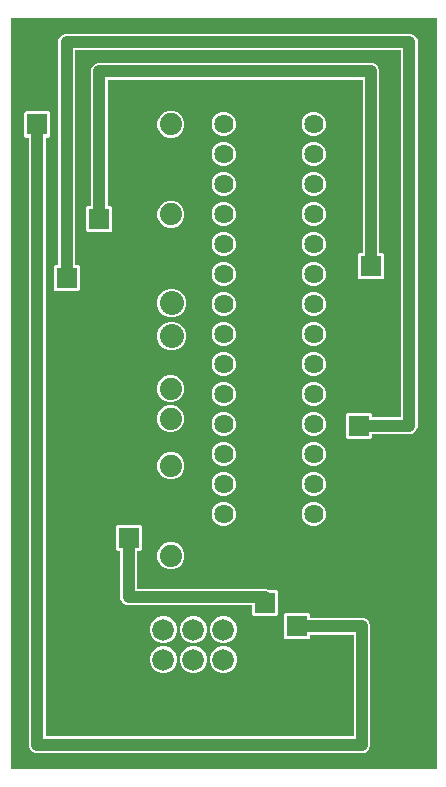
<source format=gbr>
G04 EAGLE Gerber RS-274X export*
G75*
%MOMM*%
%FSLAX34Y34*%
%LPD*%
%INTop Copper*%
%IPPOS*%
%AMOC8*
5,1,8,0,0,1.08239X$1,22.5*%
G01*
%ADD10C,2.032000*%
%ADD11C,1.828800*%
%ADD12C,1.879600*%
%ADD13C,1.625600*%
%ADD14C,1.000000*%
%ADD15R,1.800000X1.800000*%
%ADD16C,0.009000*%

G36*
X360043Y-9D02*
X360043Y-9D01*
X360039Y-4D01*
X360044Y0D01*
X360044Y635000D01*
X360009Y635043D01*
X360004Y635039D01*
X360000Y635044D01*
X0Y635044D01*
X-43Y635009D01*
X-39Y635004D01*
X-44Y635000D01*
X-44Y0D01*
X-9Y-43D01*
X-4Y-39D01*
X0Y-44D01*
X360000Y-44D01*
X360043Y-9D01*
G37*
%LPC*%
G36*
X21101Y12967D02*
X21101Y12967D01*
X18516Y14038D01*
X16538Y16016D01*
X15467Y18601D01*
X15467Y533923D01*
X15432Y533966D01*
X15427Y533962D01*
X15423Y533967D01*
X12658Y533967D01*
X11467Y535158D01*
X11467Y554842D01*
X12658Y556033D01*
X32342Y556033D01*
X33533Y554842D01*
X33533Y535158D01*
X32342Y533967D01*
X29577Y533967D01*
X29534Y533932D01*
X29535Y533930D01*
X29534Y533929D01*
X29536Y533926D01*
X29533Y533923D01*
X29533Y27077D01*
X29568Y27034D01*
X29573Y27038D01*
X29577Y27033D01*
X290423Y27033D01*
X290466Y27068D01*
X290464Y27071D01*
X290466Y27072D01*
X290464Y27075D01*
X290467Y27077D01*
X290467Y112923D01*
X290432Y112966D01*
X290427Y112962D01*
X290423Y112967D01*
X253577Y112967D01*
X253534Y112932D01*
X253538Y112927D01*
X253533Y112923D01*
X253533Y110158D01*
X252342Y108967D01*
X232658Y108967D01*
X231467Y110158D01*
X231467Y129842D01*
X232658Y131033D01*
X252342Y131033D01*
X253533Y129842D01*
X253533Y127077D01*
X253568Y127034D01*
X253573Y127038D01*
X253577Y127033D01*
X298899Y127033D01*
X301484Y125962D01*
X303462Y123984D01*
X304533Y121399D01*
X304533Y18601D01*
X303462Y16016D01*
X301484Y14038D01*
X298899Y12967D01*
X21101Y12967D01*
G37*
%LPD*%
%LPC*%
G36*
X285158Y278967D02*
X285158Y278967D01*
X283967Y280158D01*
X283967Y299842D01*
X285158Y301033D01*
X304842Y301033D01*
X306033Y299842D01*
X306033Y297077D01*
X306068Y297034D01*
X306073Y297038D01*
X306077Y297033D01*
X330423Y297033D01*
X330466Y297068D01*
X330462Y297073D01*
X330467Y297077D01*
X330467Y607923D01*
X330432Y607966D01*
X330427Y607962D01*
X330423Y607967D01*
X54577Y607967D01*
X54534Y607932D01*
X54538Y607927D01*
X54533Y607923D01*
X54533Y426077D01*
X54568Y426034D01*
X54573Y426038D01*
X54577Y426033D01*
X57342Y426033D01*
X58533Y424842D01*
X58533Y405158D01*
X57342Y403967D01*
X37658Y403967D01*
X36467Y405158D01*
X36467Y424842D01*
X37658Y426033D01*
X40423Y426033D01*
X40466Y426068D01*
X40463Y426072D01*
X40466Y426074D01*
X40466Y426076D01*
X40467Y426077D01*
X40467Y616399D01*
X41538Y618984D01*
X43516Y620962D01*
X46101Y622033D01*
X338899Y622033D01*
X341484Y620962D01*
X343462Y618984D01*
X344533Y616399D01*
X344533Y288601D01*
X343462Y286016D01*
X341484Y284038D01*
X338899Y282967D01*
X306077Y282967D01*
X306034Y282932D01*
X306038Y282927D01*
X306033Y282923D01*
X306033Y280158D01*
X304842Y278967D01*
X285158Y278967D01*
G37*
%LPD*%
%LPC*%
G36*
X295158Y413967D02*
X295158Y413967D01*
X293967Y415158D01*
X293967Y434842D01*
X295158Y436033D01*
X297923Y436033D01*
X297966Y436068D01*
X297963Y436072D01*
X297966Y436075D01*
X297966Y436076D01*
X297967Y436077D01*
X297967Y582923D01*
X297932Y582966D01*
X297927Y582962D01*
X297923Y582967D01*
X82077Y582967D01*
X82034Y582932D01*
X82038Y582927D01*
X82033Y582923D01*
X82033Y476077D01*
X82068Y476034D01*
X82073Y476038D01*
X82077Y476033D01*
X84842Y476033D01*
X86033Y474842D01*
X86033Y455158D01*
X84842Y453967D01*
X65158Y453967D01*
X63967Y455158D01*
X63967Y474842D01*
X65158Y476033D01*
X67923Y476033D01*
X67966Y476068D01*
X67962Y476073D01*
X67967Y476077D01*
X67967Y591399D01*
X69038Y593984D01*
X71016Y595962D01*
X73601Y597033D01*
X306399Y597033D01*
X308984Y595962D01*
X310962Y593984D01*
X312033Y591399D01*
X312033Y436077D01*
X312068Y436034D01*
X312073Y436038D01*
X312077Y436033D01*
X314842Y436033D01*
X316033Y434842D01*
X316033Y415158D01*
X314842Y413967D01*
X295158Y413967D01*
G37*
%LPD*%
%LPC*%
G36*
X205158Y128967D02*
X205158Y128967D01*
X203967Y130158D01*
X203967Y137923D01*
X203932Y137966D01*
X203927Y137962D01*
X203923Y137967D01*
X98601Y137967D01*
X96016Y139038D01*
X94038Y141016D01*
X92967Y143601D01*
X92967Y183923D01*
X92932Y183966D01*
X92927Y183962D01*
X92923Y183967D01*
X90158Y183967D01*
X88967Y185158D01*
X88967Y204842D01*
X90158Y206033D01*
X109842Y206033D01*
X111033Y204842D01*
X111033Y185158D01*
X109842Y183967D01*
X107077Y183967D01*
X107034Y183932D01*
X107038Y183927D01*
X107033Y183923D01*
X107033Y152077D01*
X107068Y152034D01*
X107073Y152038D01*
X107077Y152033D01*
X216399Y152033D01*
X218805Y151036D01*
X218816Y151040D01*
X218822Y151033D01*
X224842Y151033D01*
X226033Y149842D01*
X226033Y130158D01*
X224842Y128967D01*
X205158Y128967D01*
G37*
%LPD*%
%LPC*%
G36*
X133775Y381677D02*
X133775Y381677D01*
X129293Y383534D01*
X125864Y386963D01*
X124007Y391445D01*
X124007Y396295D01*
X125864Y400777D01*
X129293Y404206D01*
X133775Y406063D01*
X138625Y406063D01*
X143107Y404206D01*
X146536Y400777D01*
X148393Y396295D01*
X148393Y391445D01*
X146536Y386963D01*
X143107Y383534D01*
X138625Y381677D01*
X133775Y381677D01*
G37*
%LPD*%
%LPC*%
G36*
X133775Y353737D02*
X133775Y353737D01*
X129293Y355594D01*
X125864Y359023D01*
X124007Y363505D01*
X124007Y368355D01*
X125864Y372837D01*
X129293Y376266D01*
X133775Y378123D01*
X138625Y378123D01*
X143107Y376266D01*
X146536Y372837D01*
X148393Y368355D01*
X148393Y363505D01*
X146536Y359023D01*
X143107Y355594D01*
X138625Y353737D01*
X133775Y353737D01*
G37*
%LPD*%
%LPC*%
G36*
X133426Y533569D02*
X133426Y533569D01*
X129225Y535310D01*
X126010Y538525D01*
X124269Y542726D01*
X124269Y547274D01*
X126010Y551475D01*
X129225Y554690D01*
X133426Y556431D01*
X137974Y556431D01*
X142175Y554690D01*
X145390Y551475D01*
X147131Y547274D01*
X147131Y542726D01*
X145390Y538525D01*
X142175Y535310D01*
X137974Y533569D01*
X133426Y533569D01*
G37*
%LPD*%
%LPC*%
G36*
X133426Y457369D02*
X133426Y457369D01*
X129225Y459110D01*
X126010Y462325D01*
X124269Y466526D01*
X124269Y471074D01*
X126010Y475275D01*
X129225Y478490D01*
X133426Y480231D01*
X137974Y480231D01*
X142175Y478490D01*
X145390Y475275D01*
X147131Y471074D01*
X147131Y466526D01*
X145390Y462325D01*
X142175Y459110D01*
X137974Y457369D01*
X133426Y457369D01*
G37*
%LPD*%
%LPC*%
G36*
X133226Y309769D02*
X133226Y309769D01*
X129025Y311510D01*
X125810Y314725D01*
X124069Y318926D01*
X124069Y323474D01*
X125810Y327675D01*
X129025Y330890D01*
X133226Y332631D01*
X137774Y332631D01*
X141975Y330890D01*
X145190Y327675D01*
X146931Y323474D01*
X146931Y318926D01*
X145190Y314725D01*
X141975Y311510D01*
X137774Y309769D01*
X133226Y309769D01*
G37*
%LPD*%
%LPC*%
G36*
X133226Y284369D02*
X133226Y284369D01*
X129025Y286110D01*
X125810Y289325D01*
X124069Y293526D01*
X124069Y298074D01*
X125810Y302275D01*
X129025Y305490D01*
X133226Y307231D01*
X137774Y307231D01*
X141975Y305490D01*
X145190Y302275D01*
X146931Y298074D01*
X146931Y293526D01*
X145190Y289325D01*
X141975Y286110D01*
X137774Y284369D01*
X133226Y284369D01*
G37*
%LPD*%
%LPC*%
G36*
X133426Y244469D02*
X133426Y244469D01*
X129225Y246210D01*
X126010Y249425D01*
X124269Y253626D01*
X124269Y258174D01*
X126010Y262375D01*
X129225Y265590D01*
X133426Y267331D01*
X137974Y267331D01*
X142175Y265590D01*
X145390Y262375D01*
X147131Y258174D01*
X147131Y253626D01*
X145390Y249425D01*
X142175Y246210D01*
X137974Y244469D01*
X133426Y244469D01*
G37*
%LPD*%
%LPC*%
G36*
X133426Y168269D02*
X133426Y168269D01*
X129225Y170010D01*
X126010Y173225D01*
X124269Y177426D01*
X124269Y181974D01*
X126010Y186175D01*
X129225Y189390D01*
X133426Y191131D01*
X137974Y191131D01*
X142175Y189390D01*
X145390Y186175D01*
X147131Y181974D01*
X147131Y177426D01*
X145390Y173225D01*
X142175Y170010D01*
X137974Y168269D01*
X133426Y168269D01*
G37*
%LPD*%
%LPC*%
G36*
X127077Y80823D02*
X127077Y80823D01*
X122969Y82525D01*
X119825Y85669D01*
X118123Y89777D01*
X118123Y94223D01*
X119825Y98331D01*
X122969Y101475D01*
X127077Y103177D01*
X131523Y103177D01*
X135631Y101475D01*
X138775Y98331D01*
X140477Y94223D01*
X140477Y89777D01*
X138775Y85669D01*
X135631Y82525D01*
X131523Y80823D01*
X127077Y80823D01*
G37*
%LPD*%
%LPC*%
G36*
X177877Y106223D02*
X177877Y106223D01*
X173769Y107925D01*
X170625Y111069D01*
X168923Y115177D01*
X168923Y119623D01*
X170625Y123731D01*
X173769Y126875D01*
X177877Y128577D01*
X182323Y128577D01*
X186431Y126875D01*
X189575Y123731D01*
X191277Y119623D01*
X191277Y115177D01*
X189575Y111069D01*
X186431Y107925D01*
X182323Y106223D01*
X177877Y106223D01*
G37*
%LPD*%
%LPC*%
G36*
X152477Y106223D02*
X152477Y106223D01*
X148369Y107925D01*
X145225Y111069D01*
X143523Y115177D01*
X143523Y119623D01*
X145225Y123731D01*
X148369Y126875D01*
X152477Y128577D01*
X156923Y128577D01*
X161031Y126875D01*
X164175Y123731D01*
X165877Y119623D01*
X165877Y115177D01*
X164175Y111069D01*
X161031Y107925D01*
X156923Y106223D01*
X152477Y106223D01*
G37*
%LPD*%
%LPC*%
G36*
X127077Y106223D02*
X127077Y106223D01*
X122969Y107925D01*
X119825Y111069D01*
X118123Y115177D01*
X118123Y119623D01*
X119825Y123731D01*
X122969Y126875D01*
X127077Y128577D01*
X131523Y128577D01*
X135631Y126875D01*
X138775Y123731D01*
X140477Y119623D01*
X140477Y115177D01*
X138775Y111069D01*
X135631Y107925D01*
X131523Y106223D01*
X127077Y106223D01*
G37*
%LPD*%
%LPC*%
G36*
X177877Y80823D02*
X177877Y80823D01*
X173769Y82525D01*
X170625Y85669D01*
X168923Y89777D01*
X168923Y94223D01*
X170625Y98331D01*
X173769Y101475D01*
X177877Y103177D01*
X182323Y103177D01*
X186431Y101475D01*
X189575Y98331D01*
X191277Y94223D01*
X191277Y89777D01*
X189575Y85669D01*
X186431Y82525D01*
X182323Y80823D01*
X177877Y80823D01*
G37*
%LPD*%
%LPC*%
G36*
X152477Y80823D02*
X152477Y80823D01*
X148369Y82525D01*
X145225Y85669D01*
X143523Y89777D01*
X143523Y94223D01*
X145225Y98331D01*
X148369Y101475D01*
X152477Y103177D01*
X156923Y103177D01*
X161031Y101475D01*
X164175Y98331D01*
X165877Y94223D01*
X165877Y89777D01*
X164175Y85669D01*
X161031Y82525D01*
X156923Y80823D01*
X152477Y80823D01*
G37*
%LPD*%
%LPC*%
G36*
X178179Y408139D02*
X178179Y408139D01*
X174444Y409686D01*
X171586Y412544D01*
X170039Y416279D01*
X170039Y420321D01*
X171586Y424056D01*
X174444Y426914D01*
X178179Y428461D01*
X182221Y428461D01*
X185956Y426914D01*
X188814Y424056D01*
X190361Y420321D01*
X190361Y416279D01*
X188814Y412544D01*
X185956Y409686D01*
X182221Y408139D01*
X178179Y408139D01*
G37*
%LPD*%
%LPC*%
G36*
X254379Y382739D02*
X254379Y382739D01*
X250644Y384286D01*
X247786Y387144D01*
X246239Y390879D01*
X246239Y394921D01*
X247786Y398656D01*
X250644Y401514D01*
X254379Y403061D01*
X258421Y403061D01*
X262156Y401514D01*
X265014Y398656D01*
X266561Y394921D01*
X266561Y390879D01*
X265014Y387144D01*
X262156Y384286D01*
X258421Y382739D01*
X254379Y382739D01*
G37*
%LPD*%
%LPC*%
G36*
X178179Y382739D02*
X178179Y382739D01*
X174444Y384286D01*
X171586Y387144D01*
X170039Y390879D01*
X170039Y394921D01*
X171586Y398656D01*
X174444Y401514D01*
X178179Y403061D01*
X182221Y403061D01*
X185956Y401514D01*
X188814Y398656D01*
X190361Y394921D01*
X190361Y390879D01*
X188814Y387144D01*
X185956Y384286D01*
X182221Y382739D01*
X178179Y382739D01*
G37*
%LPD*%
%LPC*%
G36*
X254379Y357339D02*
X254379Y357339D01*
X250644Y358886D01*
X247786Y361744D01*
X246239Y365479D01*
X246239Y369521D01*
X247786Y373256D01*
X250644Y376114D01*
X254379Y377661D01*
X258421Y377661D01*
X262156Y376114D01*
X265014Y373256D01*
X266561Y369521D01*
X266561Y365479D01*
X265014Y361744D01*
X262156Y358886D01*
X258421Y357339D01*
X254379Y357339D01*
G37*
%LPD*%
%LPC*%
G36*
X254379Y535139D02*
X254379Y535139D01*
X250644Y536686D01*
X247786Y539544D01*
X246239Y543279D01*
X246239Y547321D01*
X247786Y551056D01*
X250644Y553914D01*
X254379Y555461D01*
X258421Y555461D01*
X262156Y553914D01*
X265014Y551056D01*
X266561Y547321D01*
X266561Y543279D01*
X265014Y539544D01*
X262156Y536686D01*
X258421Y535139D01*
X254379Y535139D01*
G37*
%LPD*%
%LPC*%
G36*
X254379Y331939D02*
X254379Y331939D01*
X250644Y333486D01*
X247786Y336344D01*
X246239Y340079D01*
X246239Y344121D01*
X247786Y347856D01*
X250644Y350714D01*
X254379Y352261D01*
X258421Y352261D01*
X262156Y350714D01*
X265014Y347856D01*
X266561Y344121D01*
X266561Y340079D01*
X265014Y336344D01*
X262156Y333486D01*
X258421Y331939D01*
X254379Y331939D01*
G37*
%LPD*%
%LPC*%
G36*
X178179Y331939D02*
X178179Y331939D01*
X174444Y333486D01*
X171586Y336344D01*
X170039Y340079D01*
X170039Y344121D01*
X171586Y347856D01*
X174444Y350714D01*
X178179Y352261D01*
X182221Y352261D01*
X185956Y350714D01*
X188814Y347856D01*
X190361Y344121D01*
X190361Y340079D01*
X188814Y336344D01*
X185956Y333486D01*
X182221Y331939D01*
X178179Y331939D01*
G37*
%LPD*%
%LPC*%
G36*
X178179Y535139D02*
X178179Y535139D01*
X174444Y536686D01*
X171586Y539544D01*
X170039Y543279D01*
X170039Y547321D01*
X171586Y551056D01*
X174444Y553914D01*
X178179Y555461D01*
X182221Y555461D01*
X185956Y553914D01*
X188814Y551056D01*
X190361Y547321D01*
X190361Y543279D01*
X188814Y539544D01*
X185956Y536686D01*
X182221Y535139D01*
X178179Y535139D01*
G37*
%LPD*%
%LPC*%
G36*
X254379Y306539D02*
X254379Y306539D01*
X250644Y308086D01*
X247786Y310944D01*
X246239Y314679D01*
X246239Y318721D01*
X247786Y322456D01*
X250644Y325314D01*
X254379Y326861D01*
X258421Y326861D01*
X262156Y325314D01*
X265014Y322456D01*
X266561Y318721D01*
X266561Y314679D01*
X265014Y310944D01*
X262156Y308086D01*
X258421Y306539D01*
X254379Y306539D01*
G37*
%LPD*%
%LPC*%
G36*
X178179Y306539D02*
X178179Y306539D01*
X174444Y308086D01*
X171586Y310944D01*
X170039Y314679D01*
X170039Y318721D01*
X171586Y322456D01*
X174444Y325314D01*
X178179Y326861D01*
X182221Y326861D01*
X185956Y325314D01*
X188814Y322456D01*
X190361Y318721D01*
X190361Y314679D01*
X188814Y310944D01*
X185956Y308086D01*
X182221Y306539D01*
X178179Y306539D01*
G37*
%LPD*%
%LPC*%
G36*
X254379Y509739D02*
X254379Y509739D01*
X250644Y511286D01*
X247786Y514144D01*
X246239Y517879D01*
X246239Y521921D01*
X247786Y525656D01*
X250644Y528514D01*
X254379Y530061D01*
X258421Y530061D01*
X262156Y528514D01*
X265014Y525656D01*
X266561Y521921D01*
X266561Y517879D01*
X265014Y514144D01*
X262156Y511286D01*
X258421Y509739D01*
X254379Y509739D01*
G37*
%LPD*%
%LPC*%
G36*
X254379Y281139D02*
X254379Y281139D01*
X250644Y282686D01*
X247786Y285544D01*
X246239Y289279D01*
X246239Y293321D01*
X247786Y297056D01*
X250644Y299914D01*
X254379Y301461D01*
X258421Y301461D01*
X262156Y299914D01*
X265014Y297056D01*
X266561Y293321D01*
X266561Y289279D01*
X265014Y285544D01*
X262156Y282686D01*
X258421Y281139D01*
X254379Y281139D01*
G37*
%LPD*%
%LPC*%
G36*
X178179Y281139D02*
X178179Y281139D01*
X174444Y282686D01*
X171586Y285544D01*
X170039Y289279D01*
X170039Y293321D01*
X171586Y297056D01*
X174444Y299914D01*
X178179Y301461D01*
X182221Y301461D01*
X185956Y299914D01*
X188814Y297056D01*
X190361Y293321D01*
X190361Y289279D01*
X188814Y285544D01*
X185956Y282686D01*
X182221Y281139D01*
X178179Y281139D01*
G37*
%LPD*%
%LPC*%
G36*
X254379Y255739D02*
X254379Y255739D01*
X250644Y257286D01*
X247786Y260144D01*
X246239Y263879D01*
X246239Y267921D01*
X247786Y271656D01*
X250644Y274514D01*
X254379Y276061D01*
X258421Y276061D01*
X262156Y274514D01*
X265014Y271656D01*
X266561Y267921D01*
X266561Y263879D01*
X265014Y260144D01*
X262156Y257286D01*
X258421Y255739D01*
X254379Y255739D01*
G37*
%LPD*%
%LPC*%
G36*
X178179Y255739D02*
X178179Y255739D01*
X174444Y257286D01*
X171586Y260144D01*
X170039Y263879D01*
X170039Y267921D01*
X171586Y271656D01*
X174444Y274514D01*
X178179Y276061D01*
X182221Y276061D01*
X185956Y274514D01*
X188814Y271656D01*
X190361Y267921D01*
X190361Y263879D01*
X188814Y260144D01*
X185956Y257286D01*
X182221Y255739D01*
X178179Y255739D01*
G37*
%LPD*%
%LPC*%
G36*
X178179Y509739D02*
X178179Y509739D01*
X174444Y511286D01*
X171586Y514144D01*
X170039Y517879D01*
X170039Y521921D01*
X171586Y525656D01*
X174444Y528514D01*
X178179Y530061D01*
X182221Y530061D01*
X185956Y528514D01*
X188814Y525656D01*
X190361Y521921D01*
X190361Y517879D01*
X188814Y514144D01*
X185956Y511286D01*
X182221Y509739D01*
X178179Y509739D01*
G37*
%LPD*%
%LPC*%
G36*
X254379Y230339D02*
X254379Y230339D01*
X250644Y231886D01*
X247786Y234744D01*
X246239Y238479D01*
X246239Y242521D01*
X247786Y246256D01*
X250644Y249114D01*
X254379Y250661D01*
X258421Y250661D01*
X262156Y249114D01*
X265014Y246256D01*
X266561Y242521D01*
X266561Y238479D01*
X265014Y234744D01*
X262156Y231886D01*
X258421Y230339D01*
X254379Y230339D01*
G37*
%LPD*%
%LPC*%
G36*
X254379Y484339D02*
X254379Y484339D01*
X250644Y485886D01*
X247786Y488744D01*
X246239Y492479D01*
X246239Y496521D01*
X247786Y500256D01*
X250644Y503114D01*
X254379Y504661D01*
X258421Y504661D01*
X262156Y503114D01*
X265014Y500256D01*
X266561Y496521D01*
X266561Y492479D01*
X265014Y488744D01*
X262156Y485886D01*
X258421Y484339D01*
X254379Y484339D01*
G37*
%LPD*%
%LPC*%
G36*
X254379Y204939D02*
X254379Y204939D01*
X250644Y206486D01*
X247786Y209344D01*
X246239Y213079D01*
X246239Y217121D01*
X247786Y220856D01*
X250644Y223714D01*
X254379Y225261D01*
X258421Y225261D01*
X262156Y223714D01*
X265014Y220856D01*
X266561Y217121D01*
X266561Y213079D01*
X265014Y209344D01*
X262156Y206486D01*
X258421Y204939D01*
X254379Y204939D01*
G37*
%LPD*%
%LPC*%
G36*
X178179Y204939D02*
X178179Y204939D01*
X174444Y206486D01*
X171586Y209344D01*
X170039Y213079D01*
X170039Y217121D01*
X171586Y220856D01*
X174444Y223714D01*
X178179Y225261D01*
X182221Y225261D01*
X185956Y223714D01*
X188814Y220856D01*
X190361Y217121D01*
X190361Y213079D01*
X188814Y209344D01*
X185956Y206486D01*
X182221Y204939D01*
X178179Y204939D01*
G37*
%LPD*%
%LPC*%
G36*
X178179Y484339D02*
X178179Y484339D01*
X174444Y485886D01*
X171586Y488744D01*
X170039Y492479D01*
X170039Y496521D01*
X171586Y500256D01*
X174444Y503114D01*
X178179Y504661D01*
X182221Y504661D01*
X185956Y503114D01*
X188814Y500256D01*
X190361Y496521D01*
X190361Y492479D01*
X188814Y488744D01*
X185956Y485886D01*
X182221Y484339D01*
X178179Y484339D01*
G37*
%LPD*%
%LPC*%
G36*
X254379Y458939D02*
X254379Y458939D01*
X250644Y460486D01*
X247786Y463344D01*
X246239Y467079D01*
X246239Y471121D01*
X247786Y474856D01*
X250644Y477714D01*
X254379Y479261D01*
X258421Y479261D01*
X262156Y477714D01*
X265014Y474856D01*
X266561Y471121D01*
X266561Y467079D01*
X265014Y463344D01*
X262156Y460486D01*
X258421Y458939D01*
X254379Y458939D01*
G37*
%LPD*%
%LPC*%
G36*
X178179Y357339D02*
X178179Y357339D01*
X174444Y358886D01*
X171586Y361744D01*
X170039Y365479D01*
X170039Y369521D01*
X171586Y373256D01*
X174444Y376114D01*
X178179Y377661D01*
X182221Y377661D01*
X185956Y376114D01*
X188814Y373256D01*
X190361Y369521D01*
X190361Y365479D01*
X188814Y361744D01*
X185956Y358886D01*
X182221Y357339D01*
X178179Y357339D01*
G37*
%LPD*%
%LPC*%
G36*
X178179Y458939D02*
X178179Y458939D01*
X174444Y460486D01*
X171586Y463344D01*
X170039Y467079D01*
X170039Y471121D01*
X171586Y474856D01*
X174444Y477714D01*
X178179Y479261D01*
X182221Y479261D01*
X185956Y477714D01*
X188814Y474856D01*
X190361Y471121D01*
X190361Y467079D01*
X188814Y463344D01*
X185956Y460486D01*
X182221Y458939D01*
X178179Y458939D01*
G37*
%LPD*%
%LPC*%
G36*
X254379Y433539D02*
X254379Y433539D01*
X250644Y435086D01*
X247786Y437944D01*
X246239Y441679D01*
X246239Y445721D01*
X247786Y449456D01*
X250644Y452314D01*
X254379Y453861D01*
X258421Y453861D01*
X262156Y452314D01*
X265014Y449456D01*
X266561Y445721D01*
X266561Y441679D01*
X265014Y437944D01*
X262156Y435086D01*
X258421Y433539D01*
X254379Y433539D01*
G37*
%LPD*%
%LPC*%
G36*
X178179Y433539D02*
X178179Y433539D01*
X174444Y435086D01*
X171586Y437944D01*
X170039Y441679D01*
X170039Y445721D01*
X171586Y449456D01*
X174444Y452314D01*
X178179Y453861D01*
X182221Y453861D01*
X185956Y452314D01*
X188814Y449456D01*
X190361Y445721D01*
X190361Y441679D01*
X188814Y437944D01*
X185956Y435086D01*
X182221Y433539D01*
X178179Y433539D01*
G37*
%LPD*%
%LPC*%
G36*
X254379Y408139D02*
X254379Y408139D01*
X250644Y409686D01*
X247786Y412544D01*
X246239Y416279D01*
X246239Y420321D01*
X247786Y424056D01*
X250644Y426914D01*
X254379Y428461D01*
X258421Y428461D01*
X262156Y426914D01*
X265014Y424056D01*
X266561Y420321D01*
X266561Y416279D01*
X265014Y412544D01*
X262156Y409686D01*
X258421Y408139D01*
X254379Y408139D01*
G37*
%LPD*%
%LPC*%
G36*
X178179Y230339D02*
X178179Y230339D01*
X174444Y231886D01*
X171586Y234744D01*
X170039Y238479D01*
X170039Y242521D01*
X171586Y246256D01*
X174444Y249114D01*
X178179Y250661D01*
X182221Y250661D01*
X185956Y249114D01*
X188814Y246256D01*
X190361Y242521D01*
X190361Y238479D01*
X188814Y234744D01*
X185956Y231886D01*
X182221Y230339D01*
X178179Y230339D01*
G37*
%LPD*%
D10*
X136200Y365930D03*
X136200Y393870D03*
D11*
X129300Y92000D03*
X154700Y92000D03*
X180100Y92000D03*
X180100Y117400D03*
X154700Y117400D03*
X129300Y117400D03*
D12*
X135500Y295800D03*
X135500Y321200D03*
X135700Y255900D03*
X135700Y179700D03*
X135700Y545000D03*
X135700Y468800D03*
D13*
X180200Y545300D03*
X180200Y519900D03*
X180200Y494500D03*
X180200Y469100D03*
X180200Y443700D03*
X180200Y418300D03*
X180200Y392900D03*
X180200Y367500D03*
X180200Y342100D03*
X180200Y316700D03*
X180200Y291300D03*
X180200Y265900D03*
X180200Y240500D03*
X180200Y215100D03*
X256400Y215100D03*
X256400Y240500D03*
X256400Y265900D03*
X256400Y291300D03*
X256400Y316700D03*
X256400Y342100D03*
X256400Y367500D03*
X256400Y392900D03*
X256400Y418300D03*
X256400Y443700D03*
X256400Y469100D03*
X256400Y494500D03*
X256400Y519900D03*
X256400Y545300D03*
D14*
X305000Y590000D02*
X75000Y590000D01*
X305000Y590000D02*
X305000Y425000D01*
D15*
X305000Y425000D03*
X75000Y465000D03*
D14*
X75000Y590000D01*
D15*
X215000Y140000D03*
D14*
X215000Y145000D01*
X100000Y145000D01*
X100000Y195000D01*
D15*
X100000Y195000D03*
D14*
X47500Y615000D02*
X337500Y615000D01*
D15*
X295000Y290000D03*
D14*
X337500Y290000D02*
X337500Y615000D01*
X337500Y290000D02*
X295000Y290000D01*
D15*
X47500Y415000D03*
D14*
X47500Y615000D01*
D15*
X242500Y120000D03*
D14*
X297500Y120000D01*
X297500Y20000D01*
X22500Y20000D01*
X22500Y545000D01*
D15*
X22500Y545000D03*
D16*
X0Y0D02*
X360000Y0D01*
X0Y0D02*
X0Y635000D01*
X360000Y635000D01*
X360000Y0D01*
M02*

</source>
